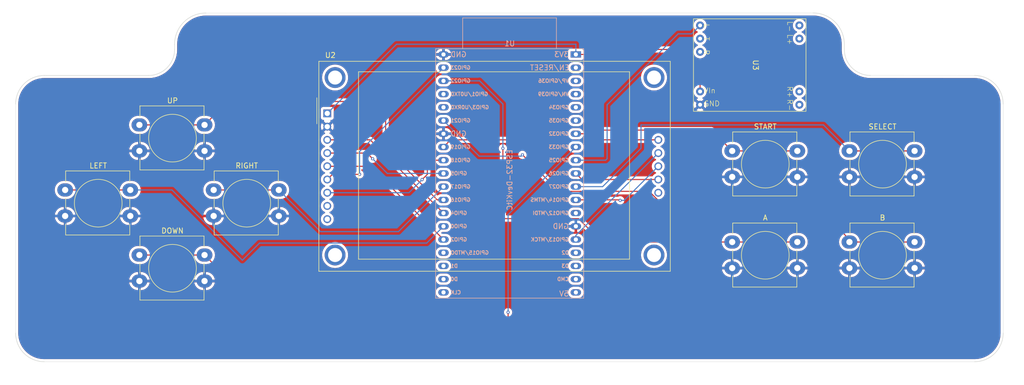
<source format=kicad_pcb>
(kicad_pcb (version 20241229) (generator "pcbnew") (generator_version "9.0")
  (layers (0 "F.Cu" signal) (2 "B.Cu" signal) (13 "F.Paste" user) (15 "B.Paste" user) (5 "F.SilkS" user "F.Silkscreen") (7 "B.SilkS" user "B.Silkscreen") (1 "F.Mask" user) (3 "B.Mask" user) (25 "Edge.Cuts" user))
  (net 0 "")
  (net 20 "Net-(U3-L+)")
  (net 21 "Net-(U3-L-)")
  (net 25 "btn A")
  (net 26 "GND")
  (net 27 "btn B")
  (net 28 "btn DOWN")
  (net 29 "btn LEFT")
  (net 30 "btn RIGHT")
  (net 31 "btn SELECT")
  (net 32 "btn START")
  (net 33 "DC")
  (net 34 "CS")
  (net 35 "SD_MOSI")
  (net 36 "SD_MISO")
  (net 37 "MOSI")
  (net 38 "+3.3V")
  (net 39 "RESET")
  (net 40 "L")
  (net 41 "btn UP")
  (net 43 "SCK")
  (net 44 "SD_SCK")
  (net 45 "SD_CS")
  (footprint "pam8403:pam8403" (layer "F.Cu") (at 180.5 60 -90)
    (property "Reference" "U3" (at 0 -0.5 270) (layer "F.SilkS"))
    (property "Value" "pam8403")
    (fp_rect (start -8.89 -10.16) (end 8.89 11.43) (stroke (width 0.12)) (fill no) (layer "F.SilkS"))
    (fp_text user "R+" (at 4 -6.5 270) (layer "F.SilkS") (effects (font (thickness 0.1)) (justify left bottom)))
    (fp_text user "VIn" (at 5.5 9.5 0) (layer "F.SilkS") (effects (font (thickness 0.1)) (justify left bottom)))
    (fp_text user "L" (at -8 9.5 270) (layer "F.SilkS") (effects (font (thickness 0.1)) (justify left bottom)))
    (fp_text user "GND" (at 8 9.5 0) (layer "F.SilkS") (effects (font (thickness 0.1)) (justify left bottom)))
    (fp_text user "L+" (at -6 -6.5 270) (layer "F.SilkS") (effects (font (thickness 0.1)) (justify left bottom)))
    (fp_text user "L-" (at -8.5 -6.5 270) (layer "F.SilkS") (effects (font (thickness 0.1)) (justify left bottom)))
    (fp_text user "R-" (at 6.5 -6.5 270) (layer "F.SilkS") (effects (font (thickness 0.1)) (justify left bottom)))
    (fp_text user "T" (at -5.5 9.5 270) (layer "F.SilkS") (effects (font (thickness 0.1)) (justify left bottom)))
    (fp_text user "R" (at -3 9.5 270) (layer "F.SilkS") (effects (font (thickness 0.1)) (justify left bottom)))
    (pad "1" thru_hole circle (at -7.62 10.16 270) (size 1.524 1.524) (drill 0.762) (layers "*.Cu" "*.Mask") (net 40 "L"))
    (pad "2" thru_hole circle (at -5.08 10.16 270) (size 1.524 1.524) (drill 0.762) (layers "*.Cu" "*.Mask"))
    (pad "3" thru_hole circle (at -2.54 10.16 270) (size 1.524 1.524) (drill 0.762) (layers "*.Cu" "*.Mask"))
    (pad "4" thru_hole circle (at 5.08 10.16 270) (size 1.524 1.524) (drill 0.762) (layers "*.Cu" "*.Mask") (net 38 "+3.3V"))
    (pad "5" thru_hole circle (at 7.62 10.16 270) (size 1.524 1.524) (drill 0.762) (layers "*.Cu" "*.Mask") (net 26 "GND"))
    (pad "6" thru_hole circle (at 7.62 -8.89 270) (size 1.524 1.524) (drill 0.762) (layers "*.Cu" "*.Mask"))
    (pad "7" thru_hole circle (at 5.08 -8.89 270) (size 1.524 1.524) (drill 0.762) (layers "*.Cu" "*.Mask"))
    (pad "8" thru_hole circle (at -5.08 -8.89 270) (size 1.524 1.524) (drill 0.762) (layers "*.Cu" "*.Mask") (net 20 "Net-(U3-L+)"))
    (pad "9" thru_hole circle (at -7.62 -8.89 270) (size 1.524 1.524) (drill 0.762) (layers "*.Cu" "*.Mask") (net 21 "Net-(U3-L-)"))
  )
  (footprint "Button_Switch_THT:SW_PUSH-12mm_Wuerth-430476085716" (layer "F.Cu") (at 176.5 76.5)
    (property "Reference" "START" (at 6.35 -4.66 0) (layer "F.SilkS"))
    (property "Value" "SW_Push")
    (fp_line (start 0.1 -3.65) (end 12.4 -3.65) (stroke (width 0.12)) (layer "F.SilkS"))
    (fp_line (start 0.1 -1.53) (end 0.1 -3.65) (stroke (width 0.12)) (layer "F.SilkS"))
    (fp_line (start 0.1 3.47) (end 0.1 1.53) (stroke (width 0.12)) (layer "F.SilkS"))
    (fp_line (start 0.1 8.65) (end 0.1 6.53) (stroke (width 0.12)) (layer "F.SilkS"))
    (fp_line (start 12.4 -3.65) (end 12.4 -1.53) (stroke (width 0.12)) (layer "F.SilkS"))
    (fp_line (start 12.4 1.53) (end 12.4 3.47) (stroke (width 0.12)) (layer "F.SilkS"))
    (fp_line (start 12.4 6.53) (end 12.4 8.65) (stroke (width 0.12)) (layer "F.SilkS"))
    (fp_line (start 12.4 8.65) (end 0.1 8.65) (stroke (width 0.12)) (layer "F.SilkS"))
    (fp_circle (center 6.35 2.54) (end 10.92905 2.54) (stroke (width 0.12)) (fill no) (layer "F.SilkS"))
    (pad "1" thru_hole oval (at 0 0) (size 3 2.5) (drill 1.2) (layers "*.Cu" "*.Mask") (net 32 "btn START"))
    (pad "1" thru_hole oval (at 12.5 0) (size 3 2.5) (drill 1.2) (layers "*.Cu" "*.Mask") (net 32 "btn START"))
    (pad "2" thru_hole oval (at 0 5) (size 3 2.5) (drill 1.2) (layers "*.Cu" "*.Mask") (net 26 "GND"))
    (pad "2" thru_hole oval (at 12.5 5) (size 3 2.5) (drill 1.2) (layers "*.Cu" "*.Mask") (net 26 "GND"))
  )
  (footprint "Button_Switch_THT:SW_PUSH-12mm_Wuerth-430476085716" (layer "F.Cu") (at 62.75 96.5)
    (property "Reference" "DOWN" (at 6.35 -4.66 0) (layer "F.SilkS"))
    (property "Value" "SW_Push")
    (fp_line (start 0.1 -3.65) (end 12.4 -3.65) (stroke (width 0.12)) (layer "F.SilkS"))
    (fp_line (start 0.1 -1.53) (end 0.1 -3.65) (stroke (width 0.12)) (layer "F.SilkS"))
    (fp_line (start 0.1 3.47) (end 0.1 1.53) (stroke (width 0.12)) (layer "F.SilkS"))
    (fp_line (start 0.1 8.65) (end 0.1 6.53) (stroke (width 0.12)) (layer "F.SilkS"))
    (fp_line (start 12.4 -3.65) (end 12.4 -1.53) (stroke (width 0.12)) (layer "F.SilkS"))
    (fp_line (start 12.4 1.53) (end 12.4 3.47) (stroke (width 0.12)) (layer "F.SilkS"))
    (fp_line (start 12.4 6.53) (end 12.4 8.65) (stroke (width 0.12)) (layer "F.SilkS"))
    (fp_line (start 12.4 8.65) (end 0.1 8.65) (stroke (width 0.12)) (layer "F.SilkS"))
    (fp_circle (center 6.35 2.54) (end 10.92905 2.54) (stroke (width 0.12)) (fill no) (layer "F.SilkS"))
    (pad "1" thru_hole oval (at 0 0) (size 3 2.5) (drill 1.2) (layers "*.Cu" "*.Mask") (net 28 "btn DOWN"))
    (pad "1" thru_hole oval (at 12.5 0) (size 3 2.5) (drill 1.2) (layers "*.Cu" "*.Mask") (net 28 "btn DOWN"))
    (pad "2" thru_hole oval (at 0 5) (size 3 2.5) (drill 1.2) (layers "*.Cu" "*.Mask") (net 26 "GND"))
    (pad "2" thru_hole oval (at 12.5 5) (size 3 2.5) (drill 1.2) (layers "*.Cu" "*.Mask") (net 26 "GND"))
  )
  (footprint "Button_Switch_THT:SW_PUSH-12mm_Wuerth-430476085716" (layer "F.Cu") (at 77 84)
    (property "Reference" "RIGHT" (at 6.35 -4.66 0) (layer "F.SilkS"))
    (property "Value" "SW_Push")
    (fp_line (start 0.1 -3.65) (end 12.4 -3.65) (stroke (width 0.12)) (layer "F.SilkS"))
    (fp_line (start 0.1 -1.53) (end 0.1 -3.65) (stroke (width 0.12)) (layer "F.SilkS"))
    (fp_line (start 0.1 3.47) (end 0.1 1.53) (stroke (width 0.12)) (layer "F.SilkS"))
    (fp_line (start 0.1 8.65) (end 0.1 6.53) (stroke (width 0.12)) (layer "F.SilkS"))
    (fp_line (start 12.4 -3.65) (end 12.4 -1.53) (stroke (width 0.12)) (layer "F.SilkS"))
    (fp_line (start 12.4 1.53) (end 12.4 3.47) (stroke (width 0.12)) (layer "F.SilkS"))
    (fp_line (start 12.4 6.53) (end 12.4 8.65) (stroke (width 0.12)) (layer "F.SilkS"))
    (fp_line (start 12.4 8.65) (end 0.1 8.65) (stroke (width 0.12)) (layer "F.SilkS"))
    (fp_circle (center 6.35 2.54) (end 10.92905 2.54) (stroke (width 0.12)) (fill no) (layer "F.SilkS"))
    (pad "1" thru_hole oval (at 0 0) (size 3 2.5) (drill 1.2) (layers "*.Cu" "*.Mask") (net 30 "btn RIGHT"))
    (pad "1" thru_hole oval (at 12.5 0) (size 3 2.5) (drill 1.2) (layers "*.Cu" "*.Mask") (net 30 "btn RIGHT"))
    (pad "2" thru_hole oval (at 0 5) (size 3 2.5) (drill 1.2) (layers "*.Cu" "*.Mask") (net 26 "GND"))
    (pad "2" thru_hole oval (at 12.5 5) (size 3 2.5) (drill 1.2) (layers "*.Cu" "*.Mask") (net 26 "GND"))
  )
  (footprint "Button_Switch_THT:SW_PUSH-12mm_Wuerth-430476085716" (layer "F.Cu") (at 62.75 71.5)
    (property "Reference" "UP" (at 6.35 -4.66 0) (layer "F.SilkS"))
    (property "Value" "SW_Push")
    (fp_line (start 0.1 -3.65) (end 12.4 -3.65) (stroke (width 0.12)) (layer "F.SilkS"))
    (fp_line (start 0.1 -1.53) (end 0.1 -3.65) (stroke (width 0.12)) (layer "F.SilkS"))
    (fp_line (start 0.1 3.47) (end 0.1 1.53) (stroke (width 0.12)) (layer "F.SilkS"))
    (fp_line (start 0.1 8.65) (end 0.1 6.53) (stroke (width 0.12)) (layer "F.SilkS"))
    (fp_line (start 12.4 -3.65) (end 12.4 -1.53) (stroke (width 0.12)) (layer "F.SilkS"))
    (fp_line (start 12.4 1.53) (end 12.4 3.47) (stroke (width 0.12)) (layer "F.SilkS"))
    (fp_line (start 12.4 6.53) (end 12.4 8.65) (stroke (width 0.12)) (layer "F.SilkS"))
    (fp_line (start 12.4 8.65) (end 0.1 8.65) (stroke (width 0.12)) (layer "F.SilkS"))
    (fp_circle (center 6.35 2.54) (end 10.92905 2.54) (stroke (width 0.12)) (fill no) (layer "F.SilkS"))
    (pad "1" thru_hole oval (at 0 0) (size 3 2.5) (drill 1.2) (layers "*.Cu" "*.Mask") (net 41 "btn UP"))
    (pad "1" thru_hole oval (at 12.5 0) (size 3 2.5) (drill 1.2) (layers "*.Cu" "*.Mask") (net 41 "btn UP"))
    (pad "2" thru_hole oval (at 0 5) (size 3 2.5) (drill 1.2) (layers "*.Cu" "*.Mask") (net 26 "GND"))
    (pad "2" thru_hole oval (at 12.5 5) (size 3 2.5) (drill 1.2) (layers "*.Cu" "*.Mask") (net 26 "GND"))
  )
  (footprint "Button_Switch_THT:SW_PUSH-12mm_Wuerth-430476085716" (layer "F.Cu") (at 199 94)
    (property "Reference" "B" (at 6.35 -4.66 0) (layer "F.SilkS"))
    (property "Value" "SW_Push")
    (fp_line (start 0.1 -3.65) (end 12.4 -3.65) (stroke (width 0.12)) (layer "F.SilkS"))
    (fp_line (start 0.1 -1.53) (end 0.1 -3.65) (stroke (width 0.12)) (layer "F.SilkS"))
    (fp_line (start 0.1 3.47) (end 0.1 1.53) (stroke (width 0.12)) (layer "F.SilkS"))
    (fp_line (start 0.1 8.65) (end 0.1 6.53) (stroke (width 0.12)) (layer "F.SilkS"))
    (fp_line (start 12.4 -3.65) (end 12.4 -1.53) (stroke (width 0.12)) (layer "F.SilkS"))
    (fp_line (start 12.4 1.53) (end 12.4 3.47) (stroke (width 0.12)) (layer "F.SilkS"))
    (fp_line (start 12.4 6.53) (end 12.4 8.65) (stroke (width 0.12)) (layer "F.SilkS"))
    (fp_line (start 12.4 8.65) (end 0.1 8.65) (stroke (width 0.12)) (layer "F.SilkS"))
    (fp_circle (center 6.35 2.54) (end 10.92905 2.54) (stroke (width 0.12)) (fill no) (layer "F.SilkS"))
    (pad "1" thru_hole oval (at 0 0) (size 3 2.5) (drill 1.2) (layers "*.Cu" "*.Mask") (net 27 "btn B"))
    (pad "1" thru_hole oval (at 12.5 0) (size 3 2.5) (drill 1.2) (layers "*.Cu" "*.Mask") (net 27 "btn B"))
    (pad "2" thru_hole oval (at 0 5) (size 3 2.5) (drill 1.2) (layers "*.Cu" "*.Mask") (net 26 "GND"))
    (pad "2" thru_hole oval (at 12.5 5) (size 3 2.5) (drill 1.2) (layers "*.Cu" "*.Mask") (net 26 "GND"))
  )
  (footprint "Button_Switch_THT:SW_PUSH-12mm_Wuerth-430476085716" (layer "F.Cu") (at 199 76.5)
    (property "Reference" "SELECT" (at 6.35 -4.66 0) (layer "F.SilkS"))
    (property "Value" "SW_Push")
    (fp_line (start 0.1 -3.65) (end 12.4 -3.65) (stroke (width 0.12)) (layer "F.SilkS"))
    (fp_line (start 0.1 -1.53) (end 0.1 -3.65) (stroke (width 0.12)) (layer "F.SilkS"))
    (fp_line (start 0.1 3.47) (end 0.1 1.53) (stroke (width 0.12)) (layer "F.SilkS"))
    (fp_line (start 0.1 8.65) (end 0.1 6.53) (stroke (width 0.12)) (layer "F.SilkS"))
    (fp_line (start 12.4 -3.65) (end 12.4 -1.53) (stroke (width 0.12)) (layer "F.SilkS"))
    (fp_line (start 12.4 1.53) (end 12.4 3.47) (stroke (width 0.12)) (layer "F.SilkS"))
    (fp_line (start 12.4 6.53) (end 12.4 8.65) (stroke (width 0.12)) (layer "F.SilkS"))
    (fp_line (start 12.4 8.65) (end 0.1 8.65) (stroke (width 0.12)) (layer "F.SilkS"))
    (fp_circle (center 6.35 2.54) (end 10.92905 2.54) (stroke (width 0.12)) (fill no) (layer "F.SilkS"))
    (pad "1" thru_hole oval (at 0 0) (size 3 2.5) (drill 1.2) (layers "*.Cu" "*.Mask") (net 31 "btn SELECT"))
    (pad "1" thru_hole oval (at 12.5 0) (size 3 2.5) (drill 1.2) (layers "*.Cu" "*.Mask") (net 31 "btn SELECT"))
    (pad "2" thru_hole oval (at 0 5) (size 3 2.5) (drill 1.2) (layers "*.Cu" "*.Mask") (net 26 "GND"))
    (pad "2" thru_hole oval (at 12.5 5) (size 3 2.5) (drill 1.2) (layers "*.Cu" "*.Mask") (net 26 "GND"))
  )
  (footprint "Display:CR2013-MI2120" (layer "F.Cu") (at 98.8 69.29)
    (property "Reference" "U2" (at 0.59 -11.18 0) (layer "F.SilkS"))
    (property "Value" "CR2013-MI2120")
    (fp_line (start -2 -3) (end -2 2) (stroke (width 0.12)) (layer "F.SilkS"))
    (fp_line (start -1.62 -10.01) (end 65.82 -10.01) (stroke (width 0.12)) (layer "F.SilkS"))
    (fp_line (start -1.62 30.33) (end -1.62 -10.01) (stroke (width 0.12)) (layer "F.SilkS"))
    (fp_line (start 6 -8) (end 58 -8) (stroke (width 0.12)) (layer "F.SilkS"))
    (fp_line (start 6 28) (end 6 -8) (stroke (width 0.12)) (layer "F.SilkS"))
    (fp_line (start 58 -8) (end 58 28) (stroke (width 0.12)) (layer "F.SilkS"))
    (fp_line (start 58 28) (end 6 28) (stroke (width 0.12)) (layer "F.SilkS"))
    (fp_line (start 65.82 -10.01) (end 65.82 30.33) (stroke (width 0.12)) (layer "F.SilkS"))
    (fp_line (start 65.82 30.33) (end -1.62 30.33) (stroke (width 0.12)) (layer "F.SilkS"))
    (pad "" thru_hole circle (at 1.5 -6.89) (size 4 4) (drill 2.7) (layers "*.Cu" "*.Mask"))
    (pad "" thru_hole circle (at 1.5 27.21) (size 4 4) (drill 2.7) (layers "*.Cu" "*.Mask"))
    (pad "" thru_hole circle (at 62.7 -6.89) (size 4 4) (drill 2.7) (layers "*.Cu" "*.Mask"))
    (pad "" thru_hole circle (at 62.7 27.21) (size 4 4) (drill 2.7) (layers "*.Cu" "*.Mask"))
    (pad "1" thru_hole rect (at 0 0) (size 1.5 1.5) (drill 1) (layers "*.Cu" "*.Mask") (net 38 "+3.3V"))
    (pad "2" thru_hole circle (at 0 2.54) (size 1.5 1.5) (drill 1) (layers "*.Cu" "*.Mask") (net 26 "GND"))
    (pad "3" thru_hole circle (at 0 5.08) (size 1.5 1.5) (drill 1) (layers "*.Cu" "*.Mask") (net 34 "CS"))
    (pad "4" thru_hole circle (at 0 7.62) (size 1.5 1.5) (drill 1) (layers "*.Cu" "*.Mask") (net 39 "RESET"))
    (pad "5" thru_hole circle (at 0 10.16) (size 1.5 1.5) (drill 1) (layers "*.Cu" "*.Mask") (net 33 "DC"))
    (pad "6" thru_hole circle (at 0 12.7) (size 1.5 1.5) (drill 1) (layers "*.Cu" "*.Mask") (net 37 "MOSI"))
    (pad "7" thru_hole circle (at 0 15.24) (size 1.5 1.5) (drill 1) (layers "*.Cu" "*.Mask") (net 43 "SCK"))
    (pad "8" thru_hole circle (at 0 17.78) (size 1.5 1.5) (drill 1) (layers "*.Cu" "*.Mask"))
    (pad "9" thru_hole circle (at 0 20.32) (size 1.5 1.5) (drill 1) (layers "*.Cu" "*.Mask"))
    (pad "10" thru_hole circle (at 63.52 5.08) (size 1.5 1.5) (drill 1) (layers "*.Cu" "*.Mask") (net 45 "SD_CS"))
    (pad "11" thru_hole circle (at 63.52 7.62) (size 1.5 1.5) (drill 1) (layers "*.Cu" "*.Mask") (net 35 "SD_MOSI"))
    (pad "12" thru_hole circle (at 63.52 10.16) (size 1.5 1.5) (drill 1) (layers "*.Cu" "*.Mask") (net 36 "SD_MISO"))
    (pad "13" thru_hole circle (at 63.52 12.7) (size 1.5 1.5) (drill 1) (layers "*.Cu" "*.Mask") (net 44 "SD_SCK"))
    (pad "14" thru_hole circle (at 63.52 15.24) (size 1.5 1.5) (drill 1) (layers "*.Cu" "*.Mask"))
  )
  (footprint "Button_Switch_THT:SW_PUSH-12mm_Wuerth-430476085716" (layer "F.Cu") (at 48.5 84)
    (property "Reference" "LEFT" (at 6.35 -4.66 0) (layer "F.SilkS"))
    (property "Value" "SW_Push")
    (fp_line (start 0.1 -3.65) (end 12.4 -3.65) (stroke (width 0.12)) (layer "F.SilkS"))
    (fp_line (start 0.1 -1.53) (end 0.1 -3.65) (stroke (width 0.12)) (layer "F.SilkS"))
    (fp_line (start 0.1 3.47) (end 0.1 1.53) (stroke (width 0.12)) (layer "F.SilkS"))
    (fp_line (start 0.1 8.65) (end 0.1 6.53) (stroke (width 0.12)) (layer "F.SilkS"))
    (fp_line (start 12.4 -3.65) (end 12.4 -1.53) (stroke (width 0.12)) (layer "F.SilkS"))
    (fp_line (start 12.4 1.53) (end 12.4 3.47) (stroke (width 0.12)) (layer "F.SilkS"))
    (fp_line (start 12.4 6.53) (end 12.4 8.65) (stroke (width 0.12)) (layer "F.SilkS"))
    (fp_line (start 12.4 8.65) (end 0.1 8.65) (stroke (width 0.12)) (layer "F.SilkS"))
    (fp_circle (center 6.35 2.54) (end 10.92905 2.54) (stroke (width 0.12)) (fill no) (layer "F.SilkS"))
    (pad "1" thru_hole oval (at 0 0) (size 3 2.5) (drill 1.2) (layers "*.Cu" "*.Mask") (net 29 "btn LEFT"))
    (pad "1" thru_hole oval (at 12.5 0) (size 3 2.5) (drill 1.2) (layers "*.Cu" "*.Mask") (net 29 "btn LEFT"))
    (pad "2" thru_hole oval (at 0 5) (size 3 2.5) (drill 1.2) (layers "*.Cu" "*.Mask") (net 26 "GND"))
    (pad "2" thru_hole oval (at 12.5 5) (size 3 2.5) (drill 1.2) (layers "*.Cu" "*.Mask") (net 26 "GND"))
  )
  (footprint "Button_Switch_THT:SW_PUSH-12mm_Wuerth-430476085716" (layer "F.Cu") (at 176.5 94)
    (property "Reference" "A" (at 6.35 -4.66 0) (layer "F.SilkS"))
    (property "Value" "SW_Push")
    (fp_line (start 0.1 -3.65) (end 12.4 -3.65) (stroke (width 0.12)) (layer "F.SilkS"))
    (fp_line (start 0.1 -1.53) (end 0.1 -3.65) (stroke (width 0.12)) (layer "F.SilkS"))
    (fp_line (start 0.1 3.47) (end 0.1 1.53) (stroke (width 0.12)) (layer "F.SilkS"))
    (fp_line (start 0.1 8.65) (end 0.1 6.53) (stroke (width 0.12)) (layer "F.SilkS"))
    (fp_line (start 12.4 -3.65) (end 12.4 -1.53) (stroke (width 0.12)) (layer "F.SilkS"))
    (fp_line (start 12.4 1.53) (end 12.4 3.47) (stroke (width 0.12)) (layer "F.SilkS"))
    (fp_line (start 12.4 6.53) (end 12.4 8.65) (stroke (width 0.12)) (layer "F.SilkS"))
    (fp_line (start 12.4 8.65) (end 0.1 8.65) (stroke (width 0.12)) (layer "F.SilkS"))
    (fp_circle (center 6.35 2.54) (end 10.92905 2.54) (stroke (width 0.12)) (fill no) (layer "F.SilkS"))
    (pad "1" thru_hole oval (at 0 0) (size 3 2.5) (drill 1.2) (layers "*.Cu" "*.Mask") (net 25 "btn A"))
    (pad "1" thru_hole oval (at 12.5 0) (size 3 2.5) (drill 1.2) (layers "*.Cu" "*.Mask") (net 25 "btn A"))
    (pad "2" thru_hole oval (at 0 5) (size 3 2.5) (drill 1.2) (layers "*.Cu" "*.Mask") (net 26 "GND"))
    (pad "2" thru_hole oval (at 12.5 5) (size 3 2.5) (drill 1.2) (layers "*.Cu" "*.Mask") (net 26 "GND"))
  )
  (footprint "PCM_Espressif:ESP32-DevKitC" (layer "B.Cu") (at 146.5 57.96 180)
    (property "Reference" "U1" (at 12.7 2.1 0) (layer "B.SilkS") (effects (justify mirror)))
    (property "Value" "ESP32-DevKitC" (at 12.7 -24.13 90) (layer "B.SilkS") (effects (justify mirror)))
    (fp_line (start 26.9 1.1) (end -1.499999 1.1) (stroke (width 0.12)) (layer "B.SilkS"))
    (fp_line (start 26.899999 -46.82) (end 26.9 1.1) (stroke (width 0.12)) (layer "B.SilkS"))
    (fp_line (start 21.71332 7.01312) (end 21.71332 1.12032) (stroke (width 0.12)) (layer "B.SilkS"))
    (fp_line (start 3.73012 7.01312) (end 21.71332 7.01312) (stroke (width 0.12)) (layer "B.SilkS"))
    (fp_line (start 3.73012 1.12032) (end 3.73012 7.01312) (stroke (width 0.12)) (layer "B.SilkS"))
    (fp_line (start -1.499999 1.1) (end -1.5 -46.82) (stroke (width 0.12)) (layer "B.SilkS"))
    (fp_line (start -1.5 -46.82) (end 26.899999 -46.82) (stroke (width 0.12)) (layer "B.SilkS"))
    (fp_text user "GPIO25" (at 1.27 -20.32 0) (layer "B.SilkS") (effects (font (size 0.7 0.7)) (justify left mirror)))
    (fp_text user "GPIO26" (at 1.27 -22.86 0) (layer "B.SilkS") (effects (font (size 0.7 0.7)) (justify left mirror)))
    (fp_text user "GPIO3/U0RXD" (at 24.13 -10.16 0) (layer "B.SilkS") (effects (font (size 0.7 0.7)) (justify right mirror)))
    (fp_text user "GPIO4" (at 24.13 -30.48 0) (layer "B.SilkS") (effects (font (size 0.7 0.7)) (justify right mirror)))
    (fp_text user "3V3" (at 1.27 0 0) (layer "B.SilkS") (effects (justify left mirror)))
    (fp_text user "GPIO21" (at 24.13 -12.7 0) (layer "B.SilkS") (effects (font (size 0.7 0.7)) (justify right mirror)))
    (fp_text user "GPIO13/MTCK" (at 1.27 -35.56 0) (layer "B.SilkS") (effects (font (size 0.7 0.7)) (justify left mirror)))
    (fp_text user "GPIO12/MTDI" (at 1.27 -30.48 0) (layer "B.SilkS") (effects (font (size 0.7 0.7)) (justify left mirror)))
    (fp_text user "GPIO0" (at 24.13 -33.02 0) (layer "B.SilkS") (effects (font (size 0.7 0.7)) (justify right mirror)))
    (fp_text user "GPIO19" (at 24.13 -17.78 0) (layer "B.SilkS") (effects (font (size 0.7 0.7)) (justify right mirror)))
    (fp_text user "GPIO35" (at 1.27 -12.7 0) (layer "B.SilkS") (effects (font (size 0.7 0.7)) (justify left mirror)))
    (fp_text user "GPIO16" (at 24.13 -27.94 0) (layer "B.SilkS") (effects (font (size 0.7 0.7)) (justify right mirror)))
    (fp_text user "CMD" (at 1.27 -43.18 0) (layer "B.SilkS") (effects (font (size 0.7 0.7)) (justify left mirror)))
    (fp_text user "VP/GPIO36" (at 1.27 -5.08 0) (layer "B.SilkS") (effects (font (size 0.7 0.7)) (justify left mirror)))
    (fp_text user "GPIO27" (at 1.27 -25.4 0) (layer "B.SilkS") (effects (font (size 0.7 0.7)) (justify left mirror)))
    (fp_text user "GPIO1/U0TXD" (at 24.13 -7.62 0) (layer "B.SilkS") (effects (font (size 0.7 0.7)) (justify right mirror)))
    (fp_text user "GPIO23" (at 24.13 -2.54 0) (layer "B.SilkS") (effects (font (size 0.7 0.7)) (justify right mirror)))
    (fp_text user "5V" (at 1.26632 -45.97128 0) (layer "B.SilkS") (effects (justify left mirror)))
    (fp_text user "GPIO34" (at 1.27 -10.16 0) (layer "B.SilkS") (effects (font (size 0.7 0.7)) (justify left mirror)))
    (fp_text user "D3" (at 1.27 -40.64 0) (layer "B.SilkS") (effects (font (size 0.7 0.7)) (justify left mirror)))
    (fp_text user "GPIO18" (at 24.13 -20.32 0) (layer "B.SilkS") (effects (font (size 0.7 0.7)) (justify right mirror)))
    (fp_text user "GND" (at 1.27 -33.02 0) (layer "B.SilkS") (effects (justify left mirror)))
    (fp_text user "D0" (at 24.13 -43.18 0) (layer "B.SilkS") (effects (font (size 0.7 0.7)) (justify right mirror)))
    (fp_text user "D1" (at 24.13 -40.64 0) (layer "B.SilkS") (effects (font (size 0.7 0.7)) (justify right mirror)))
    (fp_text user "D2" (at 1.27 -38.1 0) (layer "B.SilkS") (effects (font (size 0.7 0.7)) (justify left mirror)))
    (fp_text user "GPIO15/MTDO" (at 24.13 -38.1 0) (layer "B.SilkS") (effects (font (size 0.7 0.7)) (justify right mirror)))
    (fp_text user "GPIO14/MTMS" (at 1.27 -27.94 0) (layer "B.SilkS") (effects (font (size 0.7 0.7)) (justify left mirror)))
    (fp_text user "GPIO5" (at 24.13 -22.86 0) (layer "B.SilkS") (effects (font (size 0.7 0.7)) (justify right mirror)))
    (fp_text user "GND" (at 24.13 -15.24 0) (layer "B.SilkS") (effects (justify right mirror)))
    (fp_text user "GPIO22" (at 24.13 -5.08 0) (layer "B.SilkS") (effects (font (size 0.7 0.7)) (justify right mirror)))
    (fp_text user "CLK" (at 24.13 -45.72 0) (layer "B.SilkS") (effects (font (size 0.7 0.7)) (justify right mirror)))
    (fp_text user "GPIO2" (at 24.13 -35.56 0) (layer "B.SilkS") (effects (font (size 0.7 0.7)) (justify right mirror)))
    (fp_text user "GPIO17" (at 24.13 -25.4 0) (layer "B.SilkS") (effects (font (size 0.7 0.7)) (justify right mirror)))
    (fp_text user "VN/GPIO39" (at 1.27 -7.62 0) (layer "B.SilkS") (effects (font (size 0.7 0.7)) (justify left mirror)))
    (fp_text user "EN/RESET" (at 8.88632 -2.53728 0) (layer "B.SilkS") (effects (justify right mirror)))
    (fp_text user "GND" (at 24.13 0 0) (layer "B.SilkS") (effects (justify right mirror)))
    (fp_text user "GPIO33" (at 1.27 -17.78 0) (layer "B.SilkS") (effects (font (size 0.7 0.7)) (justify left mirror)))
    (fp_text user "GPIO32" (at 1.27 -15.24 0) (layer "B.SilkS") (effects (font (size 0.7 0.7)) (justify left mirror)))
    (pad "1" thru_hole rect (at 0 0 270) (size 1.2 2) (drill 0.8) (layers "*.Cu" "*.Mask") (net 38 "+3.3V"))
    (pad "2" thru_hole oval (at 0 -2.54 270) (size 1.2 2) (drill 0.8) (layers "*.Cu" "*.Mask"))
    (pad "3" thru_hole oval (at 0 -5.08 270) (size 1.2 2) (drill 0.8) (layers "*.Cu" "*.Mask"))
    (pad "4" thru_hole oval (at 0 -7.62 270) (size 1.2 2) (drill 0.8) (layers "*.Cu" "*.Mask"))
    (pad "5" thru_hole oval (at 0 -10.16 270) (size 1.2 2) (drill 0.8) (layers "*.Cu" "*.Mask"))
    (pad "6" thru_hole oval (at 0 -12.7 270) (size 1.2 2) (drill 0.8) (layers "*.Cu" "*.Mask"))
    (pad "7" thru_hole oval (at 0 -15.24 270) (size 1.2 2) (drill 0.8) (layers "*.Cu" "*.Mask") (net 32 "btn START"))
    (pad "8" thru_hole oval (at 0 -17.78 270) (size 1.2 2) (drill 0.8) (layers "*.Cu" "*.Mask") (net 28 "btn DOWN"))
    (pad "9" thru_hole oval (at 0 -20.32 270) (size 1.2 2) (drill 0.8) (layers "*.Cu" "*.Mask") (net 40 "L"))
    (pad "10" thru_hole oval (at 0 -22.86 270) (size 1.2 2) (drill 0.8) (layers "*.Cu" "*.Mask") (net 44 "SD_SCK"))
    (pad "11" thru_hole oval (at 0 -25.4 270) (size 1.2 2) (drill 0.8) (layers "*.Cu" "*.Mask") (net 31 "btn SELECT"))
    (pad "12" thru_hole oval (at 0 -27.94 270) (size 1.2 2) (drill 0.8) (layers "*.Cu" "*.Mask") (net 36 "SD_MISO"))
    (pad "13" thru_hole oval (at 0 -30.48 270) (size 1.2 2) (drill 0.8) (layers "*.Cu" "*.Mask"))
    (pad "14" thru_hole oval (at 0 -33.02 270) (size 1.2 2) (drill 0.8) (layers "*.Cu" "*.Mask") (net 26 "GND"))
    (pad "15" thru_hole oval (at 0 -35.56 270) (size 1.2 2) (drill 0.8) (layers "*.Cu" "*.Mask") (net 35 "SD_MOSI"))
    (pad "16" thru_hole oval (at 0 -38.1 270) (size 1.2 2) (drill 0.8) (layers "*.Cu" "*.Mask"))
    (pad "17" thru_hole oval (at 0 -40.64 270) (size 1.2 2) (drill 0.8) (layers "*.Cu" "*.Mask"))
    (pad "18" thru_hole oval (at 0 -43.18 270) (size 1.2 2) (drill 0.8) (layers "*.Cu" "*.Mask"))
    (pad "19" thru_hole oval (at 0 -45.72 270) (size 1.2 2) (drill 0.8) (layers "*.Cu" "*.Mask"))
    (pad "20" thru_hole oval (at 25.39632 -45.71728 270) (size 1.2 2) (drill 0.8) (layers "*.Cu" "*.Mask"))
    (pad "21" thru_hole oval (at 25.39632 -43.17728 270) (size 1.2 2) (drill 0.8) (layers "*.Cu" "*.Mask"))
    (pad "22" thru_hole oval (at 25.4 -40.64 270) (size 1.2 2) (drill 0.8) (layers "*.Cu" "*.Mask"))
    (pad "23" thru_hole oval (at 25.4 -38.1 270) (size 1.2 2) (drill 0.8) (layers "*.Cu" "*.Mask"))
    (pad "24" thru_hole oval (at 25.4 -35.56 270) (size 1.2 2) (drill 0.8) (layers "*.Cu" "*.Mask") (net 33 "DC"))
    (pad "25" thru_hole oval (at 25.4 -33.02 270) (size 1.2 2) (drill 0.8) (layers "*.Cu" "*.Mask") (net 29 "btn LEFT"))
    (pad "26" thru_hole oval (at 25.4 -30.48 270) (size 1.2 2) (drill 0.8) (layers "*.Cu" "*.Mask") (net 34 "CS"))
    (pad "27" thru_hole oval (at 25.4 -27.94 270) (size 1.2 2) (drill 0.8) (layers "*.Cu" "*.Mask") (net 41 "btn UP"))
    (pad "28" thru_hole oval (at 25.4 -25.4 270) (size 1.2 2) (drill 0.8) (layers "*.Cu" "*.Mask") (net 30 "btn RIGHT"))
    (pad "29" thru_hole oval (at 25.4 -22.86 270) (size 1.2 2) (drill 0.8) (layers "*.Cu" "*.Mask") (net 39 "RESET"))
    (pad "30" thru_hole oval (at 25.4 -20.32 270) (size 1.2 2) (drill 0.8) (layers "*.Cu" "*.Mask") (net 43 "SCK"))
    (pad "31" thru_hole oval (at 25.4 -17.78 270) (size 1.2 2) (drill 0.8) (layers "*.Cu" "*.Mask") (net 45 "SD_CS"))
    (pad "32" thru_hole oval (at 25.4 -15.24 270) (size 1.2 2) (drill 0.8) (layers "*.Cu" "*.Mask") (net 26 "GND"))
    (pad "33" thru_hole oval (at 25.4 -12.7 270) (size 1.2 2) (drill 0.8) (layers "*.Cu" "*.Mask") (net 27 "btn B"))
    (pad "34" thru_hole oval (at 25.4 -10.16 270) (size 1.2 2) (drill 0.8) (layers "*.Cu" "*.Mask"))
    (pad "35" thru_hole oval (at 25.4 -7.62 270) (size 1.2 2) (drill 0.8) (layers "*.Cu" "*.Mask"))
    (pad "36" thru_hole oval (at 25.4 -5.08 270) (size 1.2 2) (drill 0.8) (layers "*.Cu" "*.Mask") (net 25 "btn A"))
    (pad "37" thru_hole oval (at 25.4 -2.54 270) (size 1.2 2) (drill 0.8) (layers "*.Cu" "*.Mask") (net 37 "MOSI"))
    (pad "38" thru_hole oval (at 25.4 0 270) (size 1.2 2) (drill 0.8) (layers "*.Cu" "*.Mask") (net 26 "GND"))
  )
  (gr_line (start 228.5 111.499999) (end 228.5 67.5) (stroke (width 0.05)) (layer "Edge.Cuts"))
  (gr_line (start 223 116.999999) (end 44.5 117) (stroke (width 0.05)) (layer "Edge.Cuts"))
  (gr_line (start 75.514319 50.000001) (end 192.000001 49.985681) (stroke (width 0.05)) (layer "Edge.Cuts"))
  (gr_line (start 64.5 62) (end 44.5 62) (stroke (width 0.1)) (layer "Edge.Cuts"))
  (gr_line (start 203.01432 61.98568) (end 223 62) (stroke (width 0.05)) (layer "Edge.Cuts"))
  (gr_line (start 198.01432 55.999999) (end 198.01432 56.98568) (stroke (width 0.1)) (layer "Edge.Cuts"))
  (gr_line (start 39 67.5) (end 39 111.5) (stroke (width 0.05)) (layer "Edge.Cuts"))
  (gr_line (start 69.5 56.014319) (end 69.5 57) (stroke (width 0.1)) (layer "Edge.Cuts"))
  (gr_arc (start 228.5 111.499999) (mid 226.889087 115.389086) (end 223 116.999999) (stroke (width 0.1)) (layer "Edge.Cuts"))
  (gr_arc (start 69.5 56.014319) (mid 71.261553 51.761553) (end 75.514319 50) (stroke (width 0.1)) (layer "Edge.Cuts"))
  (gr_arc (start 192.000001 49.98568) (mid 196.252767 51.747233) (end 198.01432 55.999999) (stroke (width 0.1)) (layer "Edge.Cuts"))
  (gr_arc (start 223 62) (mid 226.889087 63.610913) (end 228.5 67.5) (stroke (width 0.1)) (layer "Edge.Cuts"))
  (gr_arc (start 203.01432 61.98568) (mid 199.478786 60.521214) (end 198.01432 56.98568) (stroke (width 0.1)) (layer "Edge.Cuts"))
  (gr_arc (start 44.5 117) (mid 40.610913 115.389087) (end 39 111.5) (stroke (width 0.1)) (layer "Edge.Cuts"))
  (gr_arc (start 69.5 57) (mid 68.035534 60.535534) (end 64.5 62) (stroke (width 0.1)) (layer "Edge.Cuts"))
  (gr_arc (start 39 67.5) (mid 40.610913 63.610913) (end 44.5 62) (stroke (width 0.1)) (layer "Edge.Cuts"))
  (segment (start 147 89.5) (end 132.5 89.5) (width 0.2) (layer "F.Cu") (net 25))
  (segment (start 132.5 89.5) (end 132.5 79) (width 0.2) (layer "F.Cu") (net 25))
  (segment (start 176.5 94) (end 189 94) (width 0.2) (layer "F.Cu") (net 25))
  (segment (start 132.5 79) (end 132.5 76) (width 0.2) (layer "F.Cu") (net 25))
  (segment (start 176.5 94) (end 151.5 94) (width 0.2) (layer "F.Cu") (net 25))
  (segment (start 149.5 92) (end 147 89.5) (width 0.2) (layer "F.Cu") (net 25))
  (segment (start 151.5 94) (end 149.5 92) (width 0.2) (layer "F.Cu") (net 25))
  (via (at 132.5 76) (size 0.6) (drill 0.3) (layers "F.Cu" "B.Cu") (net 25))
  (segment (start 127.96 63.04) (end 121.1 63.04) (width 0.2) (layer "B.Cu") (net 25))
  (segment (start 128 63) (end 127.96 63.04) (width 0.2) (layer "B.Cu") (net 25))
  (segment (start 132.5 76) (end 132.5 67.5) (width 0.2) (layer "B.Cu") (net 25))
  (segment (start 132.5 67.5) (end 128 63) (width 0.2) (layer "B.Cu") (net 25))
  (segment (start 199 93.5) (end 199 94) (width 0.2) (layer "F.Cu") (net 27))
  (segment (start 199 94) (end 211.5 94) (width 0.2) (layer "F.Cu") (net 27))
  (segment (start 160.564661 84.261) (end 164.303661 88) (width 0.2) (layer "F.Cu") (net 27))
  (segment (start 193.5 88) (end 199 93.5) (width 0.2) (layer "F.Cu") (net 27))
  (segment (start 164.303661 88) (end 193.5 88) (width 0.2) (layer "F.Cu") (net 27))
  (segment (start 136.25 77.25) (end 143.261 84.261) (width 0.2) (layer "F.Cu") (net 27))
  (segment (start 143.261 84.261) (end 160.564661 84.261) (width 0.2) (layer "F.Cu") (net 27))
  (via (at 136.25 77.25) (size 0.6) (drill 0.3) (layers "F.Cu" "B.Cu") (net 27))
  (segment (start 136 77.5) (end 127.94 77.5) (width 0.2) (layer "B.Cu") (net 27))
  (segment (start 136.25 77.25) (end 136 77.5) (width 0.2) (layer "B.Cu") (net 27))
  (segment (start 127.94 77.5) (end 121.1 70.66) (width 0.2) (layer "B.Cu") (net 27))
  (segment (start 62.75 96.5) (end 75.25 96.5) (width 0.2) (layer "F.Cu") (net 28))
  (segment (start 75.25 96.5) (end 87.75 109) (width 0.2) (layer "F.Cu") (net 28))
  (segment (start 133.5 109) (end 133.5 107.5) (width 0.2) (layer "F.Cu") (net 28))
  (segment (start 87.75 109) (end 133.5 109) (width 0.2) (layer "F.Cu") (net 28))
  (via (at 133.5 107.5) (size 0.6) (drill 0.3) (layers "F.Cu" "B.Cu") (net 28))
  (segment (start 133.5 88.74) (end 146.5 75.74) (width 0.2) (layer "B.Cu") (net 28))
  (segment (start 133.5 107.5) (end 133.5 88.74) (width 0.2) (layer "B.Cu") (net 28))
  (segment (start 48.5 84) (end 61 84) (width 0.2) (layer "F.Cu") (net 29))
  (segment (start 85.801 94.199) (end 117.881 94.199) (width 0.2) (layer "B.Cu") (net 29))
  (segment (start 61 84) (end 69 84) (width 0.2) (layer "B.Cu") (net 29))
  (segment (start 117.881 94.199) (end 121.1 90.98) (width 0.2) (layer "B.Cu") (net 29))
  (segment (start 69 84) (end 82.5 97.5) (width 0.2) (layer "B.Cu") (net 29))
  (segment (start 82.5 97.5) (end 85.801 94.199) (width 0.2) (layer "B.Cu") (net 29))
  (segment (start 77 84) (end 89.5 84) (width 0.2) (layer "F.Cu") (net 30))
  (segment (start 89.5 84) (end 97.5 92) (width 0.2) (layer "B.Cu") (net 30))
  (segment (start 97.5 92) (end 112.46 92) (width 0.2) (layer "B.Cu") (net 30))
  (segment (start 112.46 92) (end 121.1 83.36) (width 0.2) (layer "B.Cu") (net 30))
  (segment (start 199 76.5) (end 211.5 76.5) (width 0.2) (layer "F.Cu") (net 31))
  (segment (start 194 71.5) (end 199 76.5) (width 0.2) (layer "B.Cu") (net 31))
  (segment (start 159 76) (end 159 71.5) (width 0.2) (layer "B.Cu") (net 31))
  (segment (start 151.64 83.36) (end 159 76) (width 0.2) (layer "B.Cu") (net 31))
  (segment (start 159 71.5) (end 194 71.5) (width 0.2) (layer "B.Cu") (net 31))
  (segment (start 146.5 83.36) (end 151.64 83.36) (width 0.2) (layer "B.Cu") (net 31))
  (segment (start 176.5 76.5) (end 189 76.5) (width 0.2) (layer "F.Cu") (net 32))
  (segment (start 150.5 72.5) (end 149.8 73.2) (width 0.2) (layer "F.Cu") (net 32))
  (segment (start 172.5 72.5) (end 150.5 72.5) (width 0.2) (layer "F.Cu") (net 32))
  (segment (start 149.8 73.2) (end 146.5 73.2) (width 0.2) (layer "F.Cu") (net 32))
  (segment (start 176.5 76.5) (end 172.5 72.5) (width 0.2) (layer "F.Cu") (net 32))
  (segment (start 98.8 79.45) (end 107.03 79.45) (width 0.2) (layer "F.Cu") (net 33))
  (segment (start 107.03 79.45) (end 121.1 93.52) (width 0.2) (layer "F.Cu") (net 33))
  (segment (start 98.8 74.37) (end 107.03 74.37) (width 0.2) (layer "F.Cu") (net 34))
  (segment (start 107.03 74.37) (end 121.1 88.44) (width 0.2) (layer "F.Cu") (net 34))
  (segment (start 162.09 76.91) (end 162 77) (width 0.2) (layer "F.Cu") (net 35))
  (segment (start 162.32 76.91) (end 162.09 76.91) (width 0.2) (layer "F.Cu") (net 35))
  (segment (start 162.32 76.91) (end 146.5 92.73) (width 0.2) (layer "B.Cu") (net 35))
  (segment (start 146.5 92.73) (end 146.5 93.52) (width 0.2) (layer "B.Cu") (net 35))
  (segment (start 154.9 85.9) (end 146.5 85.9) (width 0.2) (layer "F.Cu") (net 36))
  (segment (start 155 86) (end 154.9 85.9) (width 0.2) (layer "F.Cu") (net 36))
  (via (at 155 86) (size 0.6) (drill 0.3) (layers "F.Cu" "B.Cu") (net 36))
  (segment (start 162.32 79.45) (end 155.77 86) (width 0.2) (layer "B.Cu") (net 36))
  (segment (start 155.77 86) (end 155 86) (width 0.2) (layer "B.Cu") (net 36))
  (segment (start 99.79 81) (end 105 81) (width 0.2) (layer "F.Cu") (net 37))
  (segment (start 98.8 81.99) (end 99.79 81) (width 0.2) (layer "F.Cu") (net 37))
  (via (at 105 81) (size 0.6) (drill 0.3) (layers "F.Cu" "B.Cu") (net 37))
  (segment (start 105 76.6) (end 121.1 60.5) (width 0.2) (layer "B.Cu") (net 37))
  (segment (start 105 81) (end 105 76.6) (width 0.2) (layer "B.Cu") (net 37))
  (segment (start 170.34 65.08) (end 170.34 62.34) (width 0.2) (layer "F.Cu") (net 38))
  (segment (start 152.04 57.96) (end 146.5 57.96) (width 0.2) (layer "F.Cu") (net 38))
  (segment (start 170.34 62.34) (end 165 57) (width 0.2) (layer "F.Cu") (net 38))
  (segment (start 153 57) (end 152.04 57.96) (width 0.2) (layer "F.Cu") (net 38))
  (segment (start 165 57) (end 153 57) (width 0.2) (layer "F.Cu") (net 38))
  (segment (start 146.5 56) (end 146.5 57.96) (width 0.2) (layer "B.Cu") (net 38))
  (segment (start 112.09 56) (end 146.5 56) (width 0.2) (layer "B.Cu") (net 38))
  (segment (start 98.8 69.29) (end 112.09 56) (width 0.2) (layer "B.Cu") (net 38))
  (segment (start 106.41 76.91) (end 107.5 78) (width 0.2) (layer "F.Cu") (net 39))
  (segment (start 98.8 76.91) (end 106.41 76.91) (width 0.2) (layer "F.Cu") (net 39))
  (via (at 107.5 78) (size 0.6) (drill 0.3) (layers "F.Cu" "B.Cu") (net 39))
  (segment (start 110.32 80.82) (end 121.1 80.82) (width 0.2) (layer "B.Cu") (net 39))
  (segment (start 107.5 78) (end 110.32 80.82) (width 0.2) (layer "B.Cu") (net 39))
  (segment (start 152.22 78.28) (end 152.5 78) (width 0.2) (layer "B.Cu") (net 40))
  (segment (start 166.14237 54) (end 168.72 54) (width 0.2) (layer "B.Cu") (net 40))
  (segment (start 168.72 54) (end 170.34 52.38) (width 0.2) (layer "B.Cu") (net 40))
  (segment (start 152.5 67.64237) (end 166.14237 54) (width 0.2) (layer "B.Cu") (net 40))
  (segment (start 152.5 78) (end 152.5 67.64237) (width 0.2) (layer "B.Cu") (net 40))
  (segment (start 146.5 78.28) (end 152.22 78.28) (width 0.2) (layer "B.Cu") (net 40))
  (segment (start 110 76) (end 119.9 85.9) (width 0.2) (layer "F.Cu") (net 41))
  (segment (start 110 67) (end 110 76) (width 0.2) (layer "F.Cu") (net 41))
  (segment (start 119.9 85.9) (end 121.1 85.9) (width 0.2) (layer "F.Cu") (net 41))
  (segment (start 62.75 71.5) (end 75.25 71.5) (width 0.2) (layer "F.Cu") (net 41))
  (segment (start 75.25 71.5) (end 79.75 67) (width 0.2) (layer "F.Cu") (net 41))
  (segment (start 79.75 67) (end 110 67) (width 0.2) (layer "F.Cu") (net 41))
  (segment (start 118 79) (end 118.72 78.28) (width 0.2) (layer "F.Cu") (net 43))
  (segment (start 118.72 78.28) (end 121.1 78.28) (width 0.2) (layer "F.Cu") (net 43))
  (segment (start 117 82) (end 118 81) (width 0.2) (layer "F.Cu") (net 43))
  (segment (start 118 81) (end 118 79) (width 0.2) (layer "F.Cu") (net 43))
  (via (at 117 82) (size 0.6) (drill 0.3) (layers "F.Cu" "B.Cu") (net 43))
  (segment (start 98.8 84.53) (end 114.47 84.53) (width 0.2) (layer "B.Cu") (net 43))
  (segment (start 114.47 84.53) (end 117 82) (width 0.2) (layer "B.Cu") (net 43))
  (segment (start 147.67 81.99) (end 146.5 80.82) (width 0.2) (layer "F.Cu") (net 44))
  (segment (start 162.32 81.99) (end 147.67 81.99) (width 0.2) (layer "F.Cu") (net 44))
  (segment (start 162.32 81.99) (end 162.49 81.99) (width 0.2) (layer "B.Cu") (net 44))
  (segment (start 162.49 81.99) (end 162.5 82) (width 0.2) (layer "B.Cu") (net 44))
  (segment (start 162.32 74.37) (end 122.47 74.37) (width 0.2) (layer "F.Cu") (net 45))
  (segment (start 122.47 74.37) (end 121.1 75.74) (width 0.2) (layer "F.Cu") (net 45))
  (zone (net 26) (net_name "GND") (layers "F.Cu" "B.Cu") (priority 1) (connect_pads (clearance 0.5)) (min_thickness 0.25) (fill yes (thermal_gap 0.5) (thermal_bridge_width 0.5))
    (polygon (pts (xy 36 47.5) (xy 36.5 121.5) (xy 232.5 120) (xy 232.5 49) (xy 37.5 47.5)))
  )
)
</source>
